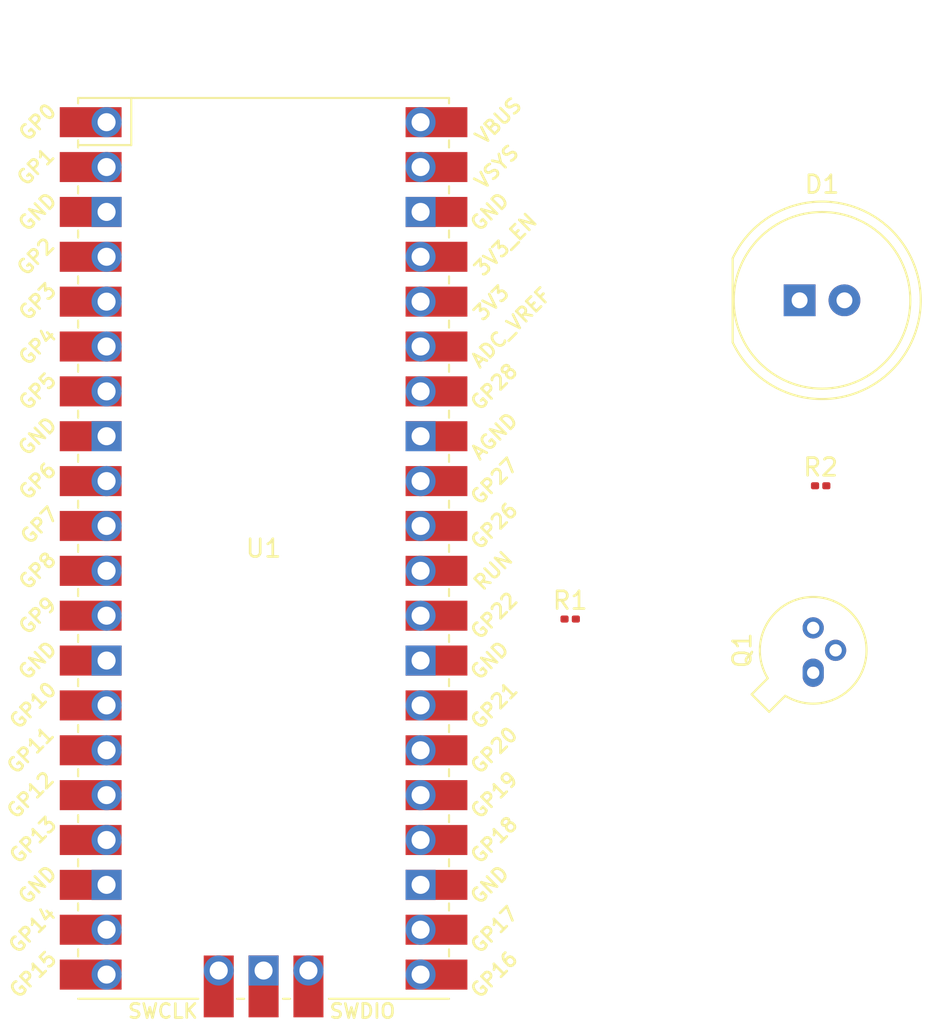
<source format=kicad_pcb>
(kicad_pcb (version 20240108) (generator "pcbnew") (generator_version "8.0")
  (layers (0 "F.Cu" signal) (31 "B.Cu" signal) (34 "B.Paste" user) (35 "F.Paste" user) (36 "B.SilkS" user "B.Silkscreen") (37 "F.SilkS" user "F.Silkscreen") (38 "B.Mask" user) (39 "F.Mask" user) (44 "Edge.Cuts" user))
  (net 0 "")
  (net 1 "Net-(D1-K)")
  (net 2 "Net-(D1-A)")
  (net 3 "Net-(Q1-B)")
  (net 4 "Net-(Q1-E)")
  (net 45 "Net-(Q1-C)")
  (net 46 "Net-(U1-GPIO22)")
  (footprint "Package_TO_SOT_THT:TO-18-3" (layer "F.Cu") (at 163.73 121.65 90)
    (property "Reference" "Q1" (at 1.27 -4.02 -90) (layer "F.SilkS"))
    (property "Value" "BC107")
    (fp_line (start -1.224499 -3.484448) (end -2.214448 -2.494499) (stroke (width 0.12)) (layer "F.SilkS"))
    (fp_line (start -0.312331 -2.572281) (end -1.224499 -3.484448) (stroke (width 0.12)) (layer "F.SilkS"))
    (fp_line (start -2.214448 -2.494499) (end -1.302281 -1.582331) (stroke (width 0.12)) (layer "F.SilkS"))
    (fp_arc (start -0.312331 -2.572281) (mid 3.405374 2.135551) (end -1.30215 -1.582544) (stroke (width 0.12)) (layer "F.SilkS"))
    (pad "1" thru_hole oval (at 0 0 90) (size 1.6 1.2) (drill 0.7) (layers "*.Cu" "*.Mask") (net 4 "Net-(Q1-E)"))
    (pad "2" thru_hole oval (at 1.27 1.27 90) (size 1.2 1.2) (drill 0.7) (layers "*.Cu" "*.Mask") (net 3 "Net-(Q1-B)"))
    (pad "3" thru_hole oval (at 2.54 0 90) (size 1.2 1.2) (drill 0.7) (layers "*.Cu" "*.Mask") (net 45 "Net-(Q1-C)"))
  )
  (footprint "Resistor_SMD:R_0201_0603Metric" (layer "F.Cu") (at 149.970276 118.61)
    (property "Reference" "R1" (at 0 -1.05 0) (layer "F.SilkS"))
    (property "Value" "R")
    (pad "1" smd roundrect (at -0.32 0) (size 0.46 0.4) (layers "F.Cu" "F.Mask") (net 46 "Net-(U1-GPIO22)"))
    (pad "2" smd roundrect (at 0.32 0) (size 0.46 0.4) (layers "F.Cu" "F.Mask") (net 3 "Net-(Q1-B)"))
  )
  (footprint "LED_THT:LED_D10.0mm" (layer "F.Cu") (at 162.96 100.564724)
    (property "Reference" "D1" (at 1.27 -6.56 0) (layer "F.SilkS"))
    (property "Value" "LED")
    (fp_line (start -3.79 -2.376) (end -3.79 2.376) (stroke (width 0.12)) (layer "F.SilkS"))
    (fp_arc (start -3.79 -2.375816) (mid 2.484794 -5.456407) (end 6.859998 -0.004741) (stroke (width 0.12)) (layer "F.SilkS"))
    (fp_arc (start 6.859998 0.004741) (mid 2.484794 5.456407) (end -3.79 2.375816) (stroke (width 0.12)) (layer "F.SilkS"))
    (fp_circle (center 1.27 0) (end 6.27 0) (stroke (width 0.12)) (fill none) (layer "F.SilkS"))
    (pad "1" thru_hole rect (at 0 0) (size 1.8 1.8) (drill 0.9) (layers "*.Cu" "*.Mask") (net 1 "Net-(D1-K)"))
    (pad "2" thru_hole circle (at 2.54 0) (size 1.8 1.8) (drill 0.9) (layers "*.Cu" "*.Mask") (net 2 "Net-(D1-A)"))
  )
  (footprint "Resistor_SMD:R_0201_0603Metric" (layer "F.Cu") (at 164.155 111.064724)
    (property "Reference" "R2" (at 0 -1.05 0) (layer "F.SilkS"))
    (property "Value" "R")
    (pad "1" smd roundrect (at -0.32 0) (size 0.46 0.4) (layers "F.Cu" "F.Mask") (net 45 "Net-(Q1-C)"))
    (pad "2" smd roundrect (at 0.32 0) (size 0.46 0.4) (layers "F.Cu" "F.Mask") (net 1 "Net-(D1-K)"))
  )
  (footprint "MCU_RaspberryPi_and_Boards:RPi_Pico_SMD_TH" (layer "F.Cu") (at 132.61 114.61)
    (property "Reference" "U1" (at 0 0 0) (layer "F.SilkS"))
    (property "Value" "Pico")
    (fp_line (start -10.5 -25.5) (end -10.5 -25.2) (stroke (width 0.12)) (layer "F.SilkS"))
    (fp_line (start -10.5 -25.5) (end 10.5 -25.5) (stroke (width 0.12)) (layer "F.SilkS"))
    (fp_line (start -10.5 -23.1) (end -10.5 -22.7) (stroke (width 0.12)) (layer "F.SilkS"))
    (fp_line (start -10.5 -22.833) (end -7.493 -22.833) (stroke (width 0.12)) (layer "F.SilkS"))
    (fp_line (start -10.5 -20.5) (end -10.5 -20.1) (stroke (width 0.12)) (layer "F.SilkS"))
    (fp_line (start -10.5 -18) (end -10.5 -17.6) (stroke (width 0.12)) (layer "F.SilkS"))
    (fp_line (start -10.5 -15.4) (end -10.5 -15) (stroke (width 0.12)) (layer "F.SilkS"))
    (fp_line (start -10.5 -12.9) (end -10.5 -12.5) (stroke (width 0.12)) (layer "F.SilkS"))
    (fp_line (start -10.5 -10.4) (end -10.5 -10) (stroke (width 0.12)) (layer "F.SilkS"))
    (fp_line (start -10.5 -7.8) (end -10.5 -7.4) (stroke (width 0.12)) (layer "F.SilkS"))
    (fp_line (start -10.5 -5.3) (end -10.5 -4.9) (stroke (width 0.12)) (layer "F.SilkS"))
    (fp_line (start -10.5 -2.7) (end -10.5 -2.3) (stroke (width 0.12)) (layer "F.SilkS"))
    (fp_line (start -10.5 -0.2) (end -10.5 0.2) (stroke (width 0.12)) (layer "F.SilkS"))
    (fp_line (start -10.5 2.3) (end -10.5 2.7) (stroke (width 0.12)) (layer "F.SilkS"))
    (fp_line (start -10.5 4.9) (end -10.5 5.3) (stroke (width 0.12)) (layer "F.SilkS"))
    (fp_line (start -10.5 7.4) (end -10.5 7.8) (stroke (width 0.12)) (layer "F.SilkS"))
    (fp_line (start -10.5 10) (end -10.5 10.4) (stroke (width 0.12)) (layer "F.SilkS"))
    (fp_line (start -10.5 12.5) (end -10.5 12.9) (stroke (width 0.12)) (layer "F.SilkS"))
    (fp_line (start -10.5 15.1) (end -10.5 15.5) (stroke (width 0.12)) (layer "F.SilkS"))
    (fp_line (start -10.5 17.6) (end -10.5 18) (stroke (width 0.12)) (layer "F.SilkS"))
    (fp_line (start -10.5 20.1) (end -10.5 20.5) (stroke (width 0.12)) (layer "F.SilkS"))
    (fp_line (start -10.5 22.7) (end -10.5 23.1) (stroke (width 0.12)) (layer "F.SilkS"))
    (fp_line (start -7.493 -22.833) (end -7.493 -25.5) (stroke (width 0.12)) (layer "F.SilkS"))
    (fp_line (start -3.7 25.5) (end -10.5 25.5) (stroke (width 0.12)) (layer "F.SilkS"))
    (fp_line (start -1.5 25.5) (end -1.1 25.5) (stroke (width 0.12)) (layer "F.SilkS"))
    (fp_line (start 1.1 25.5) (end 1.5 25.5) (stroke (width 0.12)) (layer "F.SilkS"))
    (fp_line (start 10.5 -25.5) (end 10.5 -25.2) (stroke (width 0.12)) (layer "F.SilkS"))
    (fp_line (start 10.5 -23.1) (end 10.5 -22.7) (stroke (width 0.12)) (layer "F.SilkS"))
    (fp_line (start 10.5 -20.5) (end 10.5 -20.1) (stroke (width 0.12)) (layer "F.SilkS"))
    (fp_line (start 10.5 -18) (end 10.5 -17.6) (stroke (width 0.12)) (layer "F.SilkS"))
    (fp_line (start 10.5 -15.4) (end 10.5 -15) (stroke (width 0.12)) (layer "F.SilkS"))
    (fp_line (start 10.5 -12.9) (end 10.5 -12.5) (stroke (width 0.12)) (layer "F.SilkS"))
    (fp_line (start 10.5 -10.4) (end 10.5 -10) (stroke (width 0.12)) (layer "F.SilkS"))
    (fp_line (start 10.5 -7.8) (end 10.5 -7.4) (stroke (width 0.12)) (layer "F.SilkS"))
    (fp_line (start 10.5 -5.3) (end 10.5 -4.9) (stroke (width 0.12)) (layer "F.SilkS"))
    (fp_line (start 10.5 -2.7) (end 10.5 -2.3) (stroke (width 0.12)) (layer "F.SilkS"))
    (fp_line (start 10.5 -0.2) (end 10.5 0.2) (stroke (width 0.12)) (layer "F.SilkS"))
    (fp_line (start 10.5 2.3) (end 10.5 2.7) (stroke (width 0.12)) (layer "F.SilkS"))
    (fp_line (start 10.5 4.9) (end 10.5 5.3) (stroke (width 0.12)) (layer "F.SilkS"))
    (fp_line (start 10.5 7.4) (end 10.5 7.8) (stroke (width 0.12)) (layer "F.SilkS"))
    (fp_line (start 10.5 10) (end 10.5 10.4) (stroke (width 0.12)) (layer "F.SilkS"))
    (fp_line (start 10.5 12.5) (end 10.5 12.9) (stroke (width 0.12)) (layer "F.SilkS"))
    (fp_line (start 10.5 15.1) (end 10.5 15.5) (stroke (width 0.12)) (layer "F.SilkS"))
    (fp_line (start 10.5 17.6) (end 10.5 18) (stroke (width 0.12)) (layer "F.SilkS"))
    (fp_line (start 10.5 20.1) (end 10.5 20.5) (stroke (width 0.12)) (layer "F.SilkS"))
    (fp_line (start 10.5 22.7) (end 10.5 23.1) (stroke (width 0.12)) (layer "F.SilkS"))
    (fp_line (start 10.5 25.5) (end 3.7 25.5) (stroke (width 0.12)) (layer "F.SilkS"))
    (fp_text user "3V3" (at 12.9 -13.9 45) (layer "F.SilkS") (effects (font (size 0.8 0.8))))
    (fp_text user "RUN" (at 13 1.27 45) (layer "F.SilkS") (effects (font (size 0.8 0.8))))
    (fp_text user "GP9" (at -12.8 3.81 45) (layer "F.SilkS") (effects (font (size 0.8 0.8))))
    (fp_text user "SWDIO" (at 5.6 26.2 0) (layer "F.SilkS") (effects (font (size 0.8 0.8))))
    (fp_text user "GND" (at 12.8 -19.05 45) (layer "F.SilkS") (effects (font (size 0.8 0.8))))
    (fp_text user "GND" (at 12.8 19.05 45) (layer "F.SilkS") (effects (font (size 0.8 0.8))))
    (fp_text user "GP28" (at 13.054 -9.144 45) (layer "F.SilkS") (effects (font (size 0.8 0.8))))
    (fp_text user "GP0" (at -12.8 -24.13 45) (layer "F.SilkS") (effects (font (size 0.8 0.8))))
    (fp_text user "SWCLK" (at -5.7 26.2 0) (layer "F.SilkS") (effects (font (size 0.8 0.8))))
    (fp_text user "AGND" (at 13.054 -6.35 45) (layer "F.SilkS") (effects (font (size 0.8 0.8))))
    (fp_text user "GP16" (at 13.054 24.13 45) (layer "F.SilkS") (effects (font (size 0.8 0.8))))
    (fp_text user "3V3_EN" (at 13.7 -17.2 45) (layer "F.SilkS") (effects (font (size 0.8 0.8))))
    (fp_text user "GP10" (at -13.054 8.89 45) (layer "F.SilkS") (effects (font (size 0.8 0.8))))
    (fp_text user "GP5" (at -12.8 -8.89 45) (layer "F.SilkS") (effects (font (size 0.8 0.8))))
    (fp_text user "GP18" (at 13.054 16.51 45) (layer "F.SilkS") (effects (font (size 0.8 0.8))))
    (fp_text user "GND" (at -12.8 -19.05 45) (layer "F.SilkS") (effects (font (size 0.8 0.8))))
    (fp_text user "GP1" (at -12.9 -21.6 45) (layer "F.SilkS") (effects (font (size 0.8 0.8))))
    (fp_text user "GP21" (at 13.054 8.9 45) (layer "F.SilkS") (effects (font (size 0.8 0.8))))
    (fp_text user "GP20" (at 13.054 11.43 45) (layer "F.SilkS") (effects (font (size 0.8 0.8))))
    (fp_text user "VSYS" (at 13.2 -21.59 45) (layer "F.SilkS") (effects (font (size 0.8 0.8))))
    (fp_text user "GP6" (at -12.8 -3.81 45) (layer "F.SilkS") (effects (font (size 0.8 0.8))))
    (fp_text user "GP26" (at 13.054 -1.27 45) (layer "F.SilkS") (effects (font (size 0.8 0.8))))
    (fp_text user "GND" (at 12.8 6.35 45) (layer "F.SilkS") (effects (font (size 0.8 0.8))))
    (fp_text user "GP11" (at -13.2 11.43 45) (layer "F.SilkS") (effects (font (size 0.8 0.8))))
    (fp_text user "GP14" (at -13.1 21.59 45) (layer "F.SilkS") (effects (font (size 0.8 0.8))))
    (fp_text user "GP13" (at -13.054 16.51 45) (layer "F.SilkS") (effects (font (size 0.8 0.8))))
    (fp_text user "GND" (at -12.8 -6.35 45) (layer "F.SilkS") (effects (font (size 0.8 0.8))))
    (fp_text user "GND" (at -12.8 6.35 45) (layer "F.SilkS") (effects (font (size 0.8 0.8))))
    (fp_text user "GP12" (at -13.2 13.97 45) (layer "F.SilkS") (effects (font (size 0.8 0.8))))
    (fp_text user "GP27" (at 13.054 -3.8 45) (layer "F.SilkS") (effects (font (size 0.8 0.8))))
    (fp_text user "GP4" (at -12.8 -11.43 45) (layer "F.SilkS") (effects (font (size 0.8 0.8))))
    (fp_text user "GP19" (at 13.054 13.97 45) (layer "F.SilkS") (effects (font (size 0.8 0.8))))
    (fp_text user "VBUS" (at 13.3 -24.2 45) (layer "F.SilkS") (effects (font (size 0.8 0.8))))
    (fp_text user "GP2" (at -12.9 -16.51 45) (layer "F.SilkS") (effects (font (size 0.8 0.8))))
    (fp_text user "GP3" (at -12.8 -13.97 45) (layer "F.SilkS") (effects (font (size 0.8 0.8))))
    (fp_text user "GP15" (at -13.054 24.13 45) (layer "F.SilkS") (effects (font (size 0.8 0.8))))
    (fp_text user "GP7" (at -12.7 -1.3 45) (layer "F.SilkS") (effects (font (size 0.8 0.8))))
    (fp_text user "GND" (at -12.8 19.05 45) (layer "F.SilkS") (effects (font (size 0.8 0.8))))
    (fp_text user "GP17" (at 13.054 21.59 45) (layer "F.SilkS") (effects (font (size 0.8 0.8))))
    (fp_text user "GP22" (at 13.054 3.81 45) (layer "F.SilkS") (effects (font (size 0.8 0.8))))
    (fp_text user "ADC_VREF" (at 14 -12.5 45) (layer "F.SilkS") (effects (font (size 0.8 0.8))))
    (fp_text user "GP8" (at -12.8 1.27 45) (layer "F.SilkS") (effects (font (size 0.8 0.8))))
    (pad "" np_thru_hole oval (at -2.725 -24) (size 1.8 1.8) (drill 1.8) (layers "*.Cu" "*.Mask"))
    (pad "" np_thru_hole oval (at -2.425 -20.97) (size 1.5 1.5) (drill 1.5) (layers "*.Cu" "*.Mask"))
    (pad "" np_thru_hole oval (at 2.425 -20.97) (size 1.5 1.5) (drill 1.5) (layers "*.Cu" "*.Mask"))
    (pad "" np_thru_hole oval (at 2.725 -24) (size 1.8 1.8) (drill 1.8) (layers "*.Cu" "*.Mask"))
    (pad "1" thru_hole oval (at -8.89 -24.13) (size 1.7 1.7) (drill 1.02) (layers "*.Cu" "*.Mask"))
    (pad "1" smd rect (at -8.89 -24.13) (size 3.5 1.7) (drill (offset -0.9 0)) (layers "F.Cu" "F.Mask"))
    (pad "2" thru_hole oval (at -8.89 -21.59) (size 1.7 1.7) (drill 1.02) (layers "*.Cu" "*.Mask"))
    (pad "2" smd rect (at -8.89 -21.59) (size 3.5 1.7) (drill (offset -0.9 0)) (layers "F.Cu" "F.Mask"))
    (pad "3" thru_hole rect (at -8.89 -19.05) (size 1.7 1.7) (drill 1.02) (layers "*.Cu" "*.Mask"))
    (pad "3" smd rect (at -8.89 -19.05) (size 3.5 1.7) (drill (offset -0.9 0)) (layers "F.Cu" "F.Mask"))
    (pad "4" thru_hole oval (at -8.89 -16.51) (size 1.7 1.7) (drill 1.02) (layers "*.Cu" "*.Mask"))
    (pad "4" smd rect (at -8.89 -16.51) (size 3.5 1.7) (drill (offset -0.9 0)) (layers "F.Cu" "F.Mask"))
    (pad "5" thru_hole oval (at -8.89 -13.97) (size 1.7 1.7) (drill 1.02) (layers "*.Cu" "*.Mask"))
    (pad "5" smd rect (at -8.89 -13.97) (size 3.5 1.7) (drill (offset -0.9 0)) (layers "F.Cu" "F.Mask"))
    (pad "6" thru_hole oval (at -8.89 -11.43) (size 1.7 1.7) (drill 1.02) (layers "*.Cu" "*.Mask"))
    (pad "6" smd rect (at -8.89 -11.43) (size 3.5 1.7) (drill (offset -0.9 0)) (layers "F.Cu" "F.Mask"))
    (pad "7" thru_hole oval (at -8.89 -8.89) (size 1.7 1.7) (drill 1.02) (layers "*.Cu" "*.Mask"))
    (pad "7" smd rect (at -8.89 -8.89) (size 3.5 1.7) (drill (offset -0.9 0)) (layers "F.Cu" "F.Mask"))
    (pad "8" thru_hole rect (at -8.89 -6.35) (size 1.7 1.7) (drill 1.02) (layers "*.Cu" "*.Mask"))
    (pad "8" smd rect (at -8.89 -6.35) (size 3.5 1.7) (drill (offset -0.9 0)) (layers "F.Cu" "F.Mask"))
    (pad "9" thru_hole oval (at -8.89 -3.81) (size 1.7 1.7) (drill 1.02) (layers "*.Cu" "*.Mask"))
    (pad "9" smd rect (at -8.89 -3.81) (size 3.5 1.7) (drill (offset -0.9 0)) (layers "F.Cu" "F.Mask"))
    (pad "10" thru_hole oval (at -8.89 -1.27) (size 1.7 1.7) (drill 1.02) (layers "*.Cu" "*.Mask"))
    (pad "10" smd rect (at -8.89 -1.27) (size 3.5 1.7) (drill (offset -0.9 0)) (layers "F.Cu" "F.Mask"))
    (pad "11" thru_hole oval (at -8.89 1.27) (size 1.7 1.7) (drill 1.02) (layers "*.Cu" "*.Mask"))
    (pad "11" smd rect (at -8.89 1.27) (size 3.5 1.7) (drill (offset -0.9 0)) (layers "F.Cu" "F.Mask"))
    (pad "12" thru_hole oval (at -8.89 3.81) (size 1.7 1.7) (drill 1.02) (layers "*.Cu" "*.Mask"))
    (pad "12" smd rect (at -8.89 3.81) (size 3.5 1.7) (drill (offset -0.9 0)) (layers "F.Cu" "F.Mask"))
    (pad "13" thru_hole rect (at -8.89 6.35) (size 1.7 1.7) (drill 1.02) (layers "*.Cu" "*.Mask"))
    (pad "13" smd rect (at -8.89 6.35) (size 3.5 1.7) (drill (offset -0.9 0)) (layers "F.Cu" "F.Mask"))
    (pad "14" thru_hole oval (at -8.89 8.89) (size 1.7 1.7) (drill 1.02) (layers "*.Cu" "*.Mask"))
    (pad "14" smd rect (at -8.89 8.89) (size 3.5 1.7) (drill (offset -0.9 0)) (layers "F.Cu" "F.Mask"))
    (pad "15" thru_hole oval (at -8.89 11.43) (size 1.7 1.7) (drill 1.02) (layers "*.Cu" "*.Mask"))
    (pad "15" smd rect (at -8.89 11.43) (size 3.5 1.7) (drill (offset -0.9 0)) (layers "F.Cu" "F.Mask"))
    (pad "16" thru_hole oval (at -8.89 13.97) (size 1.7 1.7) (drill 1.02) (layers "*.Cu" "*.Mask"))
    (pad "16" smd rect (at -8.89 13.97) (size 3.5 1.7) (drill (offset -0.9 0)) (layers "F.Cu" "F.Mask"))
    (pad "17" thru_hole oval (at -8.89 16.51) (size 1.7 1.7) (drill 1.02) (layers "*.Cu" "*.Mask"))
    (pad "17" smd rect (at -8.89 16.51) (size 3.5 1.7) (drill (offset -0.9 0)) (layers "F.Cu" "F.Mask"))
    (pad "18" thru_hole rect (at -8.89 19.05) (size 1.7 1.7) (drill 1.02) (layers "*.Cu" "*.Mask"))
    (pad "18" smd rect (at -8.89 19.05) (size 3.5 1.7) (drill (offset -0.9 0)) (layers "F.Cu" "F.Mask"))
    (pad "19" thru_hole oval (at -8.89 21.59) (size 1.7 1.7) (drill 1.02) (layers "*.Cu" "*.Mask"))
    (pad "19" smd rect (at -8.89 21.59) (size 3.5 1.7) (drill (offset -0.9 0)) (layers "F.Cu" "F.Mask"))
    (pad "20" thru_hole oval (at -8.89 24.13) (size 1.7 1.7) (drill 1.02) (layers "*.Cu" "*.Mask"))
    (pad "20" smd rect (at -8.89 24.13) (size 3.5 1.7) (drill (offset -0.9 0)) (layers "F.Cu" "F.Mask"))
    (pad "21" thru_hole oval (at 8.89 24.13) (size 1.7 1.7) (drill 1.02) (layers "*.Cu" "*.Mask"))
    (pad "21" smd rect (at 8.89 24.13) (size 3.5 1.7) (drill (offset 0.9 0)) (layers "F.Cu" "F.Mask"))
    (pad "22" thru_hole oval (at 8.89 21.59) (size 1.7 1.7) (drill 1.02) (layers "*.Cu" "*.Mask"))
    (pad "22" smd rect (at 8.89 21.59) (size 3.5 1.7) (drill (offset 0.9 0)) (layers "F.Cu" "F.Mask"))
    (pad "23" thru_hole rect (at 8.89 19.05) (size 1.7 1.7) (drill 1.02) (layers "*.Cu" "*.Mask"))
    (pad "23" smd rect (at 8.89 19.05) (size 3.5 1.7) (drill (offset 0.9 0)) (layers "F.Cu" "F.Mask"))
    (pad "24" thru_hole oval (at 8.89 16.51) (size 1.7 1.7) (drill 1.02) (layers "*.Cu" "*.Mask"))
    (pad "24" smd rect (at 8.89 16.51) (size 3.5 1.7) (drill (offset 0.9 0)) (layers "F.Cu" "F.Mask"))
    (pad "25" thru_hole oval (at 8.89 13.97) (size 1.7 1.7) (drill 1.02) (layers "*.Cu" "*.Mask"))
    (pad "25" smd rect (at 8.89 13.97) (size 3.5 1.7) (drill (offset 0.9 0)) (layers "F.Cu" "F.Mask"))
    (pad "26" thru_hole oval (at 8.89 11.43) (size 1.7 1.7) (drill 1.02) (layers "*.Cu" "*.Mask"))
    (pad "26" smd rect (at 8.89 11.43) (size 3.5 1.7) (drill (offset 0.9 0)) (layers "F.Cu" "F.Mask"))
    (pad "27" thru_hole oval (at 8.89 8.89) (size 1.7 1.7) (drill 1.02) (layers "*.Cu" "*.Mask"))
    (pad "27" smd rect (at 8.89 8.89) (size 3.5 1.7) (drill (offset 0.9 0)) (layers "F.Cu" "F.Mask"))
    (pad "28" thru_hole rect (at 8.89 6.35) (size 1.7 1.7) (drill 1.02) (layers "*.Cu" "*.Mask") (net 4 "Net-(Q1-E)"))
    (pad "28" smd rect (at 8.89 6.35) (size 3.5 1.7) (drill (offset 0.9 0)) (layers "F.Cu" "F.Mask") (net 4 "Net-(Q1-E)"))
    (pad "29" thru_hole oval (at 8.89 3.81) (size 1.7 1.7) (drill 1.02) (layers "*.Cu" "*.Mask") (net 46 "Net-(U1-GPIO22)"))
    (pad "29" smd rect (at 8.89 3.81) (size 3.5 1.7) (drill (offset 0.9 0)) (layers "F.Cu" "F.Mask") (net 46 "Net-(U1-GPIO22)"))
    (pad "30" thru_hole oval (at 8.89 1.27) (size 1.7 1.7) (drill 1.02) (layers "*.Cu" "*.Mask"))
    (pad "30" smd rect (at 8.89 1.27) (size 3.5 1.7) (drill (offset 0.9 0)) (layers "F.Cu" "F.Mask"))
    (pad "31" thru_hole oval (at 8.89 -1.27) (size 1.7 1.7) (drill 1.02) (layers "*.Cu" "*.Mask"))
    (pad "31" smd rect (at 8.89 -1.27) (size 3.5 1.7) (drill (offset 0.9 0)) (layers "F.Cu" "F.Mask"))
    (pad "32" thru_hole oval (at 8.89 -3.81) (size 1.7 1.7) (drill 1.02) (layers "*.Cu" "*.Mask"))
    (pad "32" smd rect (at 8.89 -3.81) (size 3.5 1.7) (drill (offset 0.9 0)) (layers "F.Cu" "F.Mask"))
    (pad "33" thru_hole rect (at 8.89 -6.35) (size 1.7 1.7) (drill 1.02) (layers "*.Cu" "*.Mask"))
    (pad "33" smd rect (at 8.89 -6.35) (size 3.5 1.7) (drill (offset 0.9 0)) (layers "F.Cu" "F.Mask"))
    (pad "34" thru_hole oval (at 8.89 -8.89) (size 1.7 1.7) (drill 1.02) (layers "*.Cu" "*.Mask"))
    (pad "34" smd rect (at 8.89 -8.89) (size 3.5 1.7) (drill (offset 0.9 0)) (layers "F.Cu" "F.Mask"))
    (pad "35" thru_hole oval (at 8.89 -11.43) (size 1.7 1.7) (drill 1.02) (layers "*.Cu" "*.Mask"))
    (pad "35" smd rect (at 8.89 -11.43) (size 3.5 1.7) (drill (offset 0.9 0)) (layers "F.Cu" "F.Mask"))
    (pad "36" thru_hole oval (at 8.89 -13.97) (size 1.7 1.7) (drill 1.02) (layers "*.Cu" "*.Mask") (net 2 "Net-(D1-A)"))
    (pad "36" smd rect (at 8.89 -13.97) (size 3.5 1.7) (drill (offset 0.9 0)) (layers "F.Cu" "F.Mask") (net 2 "Net-(D1-A)"))
    (pad "37" thru_hole oval (at 8.89 -16.51) (size 1.7 1.7) (drill 1.02) (layers "*.Cu" "*.Mask"))
    (pad "37" smd rect (at 8.89 -16.51) (size 3.5 1.7) (drill (offset 0.9 0)) (layers "F.Cu" "F.Mask"))
    (pad "38" thru_hole rect (at 8.89 -19.05) (size 1.7 1.7) (drill 1.02) (layers "*.Cu" "*.Mask"))
    (pad "38" smd rect (at 8.89 -19.05) (size 3.5 1.7) (drill (offset 0.9 0)) (layers "F.Cu" "F.Mask"))
    (pad "39" thru_hole oval (at 8.89 -21.59) (size 1.7 1.7) (drill 1.02) (layers "*.Cu" "*.Mask"))
    (pad "39" smd rect (at 8.89 -21.59) (size 3.5 1.7) (drill (offset 0.9 0)) (layers "F.Cu" "F.Mask"))
    (pad "40" thru_hole oval (at 8.89 -24.13) (size 1.7 1.7) (drill 1.02) (layers "*.Cu" "*.Mask"))
    (pad "40" smd rect (at 8.89 -24.13) (size 3.5 1.7) (drill (offset 0.9 0)) (layers "F.Cu" "F.Mask"))
    (pad "41" thru_hole oval (at -2.54 23.9) (size 1.7 1.7) (drill 1.02) (layers "*.Cu" "*.Mask"))
    (pad "41" smd rect (at -2.54 23.9 90) (size 3.5 1.7) (drill (offset -0.9 0)) (layers "F.Cu" "F.Mask"))
    (pad "42" thru_hole rect (at 0 23.9) (size 1.7 1.7) (drill 1.02) (layers "*.Cu" "*.Mask"))
    (pad "42" smd rect (at 0 23.9 90) (size 3.5 1.7) (drill (offset -0.9 0)) (layers "F.Cu" "F.Mask"))
    (pad "43" thru_hole oval (at 2.54 23.9) (size 1.7 1.7) (drill 1.02) (layers "*.Cu" "*.Mask"))
    (pad "43" smd rect (at 2.54 23.9 90) (size 3.5 1.7) (drill (offset -0.9 0)) (layers "F.Cu" "F.Mask"))
  )
)
</source>
